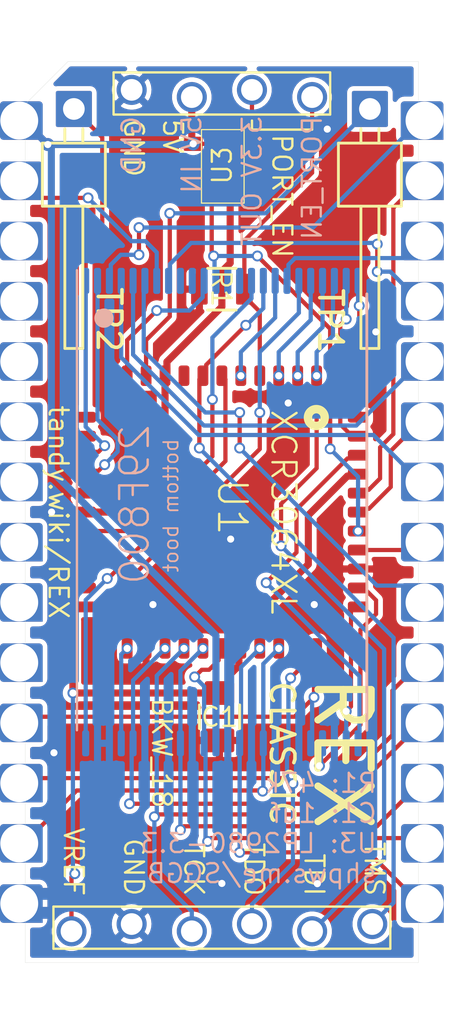
<source format=kicad_pcb>
(kicad_pcb (version 20171130) (host pcbnew 5.1.10-88a1d61d58~88~ubuntu20.10.1)
  (title_block (title "REX Classic, BKW re-spin") (date 2021-07-08) (rev 18) (company "Brian K. White - b.kenyon.w@gmail.com") (comment 1 "Original design: Steve Adolph"))
  (layers (0 Top signal) (31 Bottom signal) (34 B.Paste user hide) (35 F.Paste user hide) (36 B.SilkS user) (37 F.SilkS user) (38 B.Mask user) (39 F.Mask user) (44 Edge.Cuts user))
  (net 0 "")
  (net 1 GND)
  (net 2 +3V3)
  (net 3 /LVA17)
  (net 4 /LVA0)
  (net 5 /LVA1)
  (net 6 /LVA2)
  (net 7 /LVA3)
  (net 8 /LVA5)
  (net 9 /LVA6)
  (net 10 /LVA7)
  (net 11 /A8)
  (net 12 /LVA18)
  (net 13 /A9)
  (net 14 /A10)
  (net 15 /A11)
  (net 16 /A12)
  (net 17 /A13)
  (net 18 /A14)
  (net 19 /LVA15)
  (net 20 /LVA16)
  (net 21 /PORT_EN)
  (net 22 /ALE)
  (net 23 /~WE)
  (net 24 /D2)
  (net 25 /D0)
  (net 26 /D7)
  (net 27 /D5)
  (net 28 /D4)
  (net 29 /D3)
  (net 30 /~RESET)
  (net 31 /RY~BY)
  (net 32 /~OE_MEM)
  (net 33 /~CS_BUS)
  (net 34 /~OE_BUS)
  (net 35 +5V)
  (net 36 /D1_TDO)
  (net 37 /D6_TCK)
  (net 38 /LVA19_TMS)
  (net 39 /LVA4_TDI)
  (net 40 "Net-(TP1-Pad1)")
  (net 41 "Net-(TP2-Pad1)")
  (module 000_LOCAL:VQFP44 (layer Top) (at 147.2184 99.187 270)
    (fp_text reference U1 (at -1.4859 0.2667 270 unlocked) (layer F.SilkS) (effects (font (size 1.2065 1.2065) (thickness 0.1016)) (justify left bottom)))
    (fp_text value XCR3064XL-VQ44 hide)
    (pad 44 smd roundrect (at -4 -5.75 270) (size 0.4572 0.8636) (layers Top F.Paste F.Mask) (net 6 /LVA2))
    (pad 43 smd roundrect (at -3.2 -5.75 270) (size 0.4572 0.8636) (layers Top F.Paste F.Mask) (net 7 /LVA3))
    (pad 42 smd roundrect (at -2.4 -5.75 270) (size 0.4572 0.8636) (layers Top F.Paste F.Mask) (net 5 /LVA1))
    (pad 41 smd roundrect (at -1.6 -5.75 270) (size 0.4572 0.8636) (layers Top F.Paste F.Mask) (net 2 +3V3))
    (pad 40 smd roundrect (at -0.8 -5.75 270) (size 0.4572 0.8636) (layers Top F.Paste F.Mask) (net 33 /~CS_BUS))
    (pad 39 smd roundrect (at 0 -5.75 270) (size 0.4572 0.8636) (layers Top F.Paste F.Mask) (net 22 /ALE))
    (pad 38 smd roundrect (at 0.8 -5.75 270) (size 0.4572 0.8636) (layers Top F.Paste F.Mask) (net 30 /~RESET))
    (pad 37 smd roundrect (at 1.6 -5.75 270) (size 0.4572 0.8636) (layers Top F.Paste F.Mask) (net 34 /~OE_BUS))
    (pad 36 smd roundrect (at 2.4 -5.75 270) (size 0.4572 0.8636) (layers Top F.Paste F.Mask) (net 1 GND))
    (pad 35 smd roundrect (at 3.2 -5.75 270) (size 0.4572 0.8636) (layers Top F.Paste F.Mask) (net 32 /~OE_MEM))
    (pad 34 smd roundrect (at 4 -5.75 270) (size 0.4572 0.8636) (layers Top F.Paste F.Mask))
    (pad 33 smd roundrect (at 5.75 -4) (size 0.4572 0.8636) (layers Top F.Paste F.Mask) (net 25 /D0))
    (pad 32 smd roundrect (at 5.75 -3.2) (size 0.4572 0.8636) (layers Top F.Paste F.Mask) (net 36 /D1_TDO))
    (pad 31 smd roundrect (at 5.75 -2.4) (size 0.4572 0.8636) (layers Top F.Paste F.Mask) (net 24 /D2))
    (pad 30 smd roundrect (at 5.75 -1.6) (size 0.4572 0.8636) (layers Top F.Paste F.Mask) (net 29 /D3))
    (pad 29 smd roundrect (at 5.75 -0.8) (size 0.4572 0.8636) (layers Top F.Paste F.Mask) (net 2 +3V3))
    (pad 28 smd roundrect (at 5.75 0) (size 0.4572 0.8636) (layers Top F.Paste F.Mask) (net 28 /D4))
    (pad 27 smd roundrect (at 5.75 0.8) (size 0.4572 0.8636) (layers Top F.Paste F.Mask) (net 27 /D5))
    (pad 26 smd roundrect (at 5.75 1.6) (size 0.4572 0.8636) (layers Top F.Paste F.Mask) (net 37 /D6_TCK))
    (pad 25 smd roundrect (at 5.75 2.4) (size 0.4572 0.8636) (layers Top F.Paste F.Mask) (net 26 /D7))
    (pad 24 smd roundrect (at 5.75 3.2) (size 0.4572 0.8636) (layers Top F.Paste F.Mask) (net 1 GND))
    (pad 23 smd roundrect (at 5.75 4) (size 0.4572 0.8636) (layers Top F.Paste F.Mask) (net 4 /LVA0))
    (pad 22 smd roundrect (at 4 5.75 270) (size 0.4572 0.8636) (layers Top F.Paste F.Mask) (net 10 /LVA7))
    (pad 21 smd roundrect (at 3.2 5.75 270) (size 0.4572 0.8636) (layers Top F.Paste F.Mask))
    (pad 20 smd roundrect (at 2.4 5.75 270) (size 0.4572 0.8636) (layers Top F.Paste F.Mask))
    (pad 19 smd roundrect (at 1.6 5.75 270) (size 0.4572 0.8636) (layers Top F.Paste F.Mask))
    (pad 18 smd roundrect (at 0.8 5.75 270) (size 0.4572 0.8636) (layers Top F.Paste F.Mask) (net 31 /RY~BY))
    (pad 17 smd roundrect (at 0 5.75 270) (size 0.4572 0.8636) (layers Top F.Paste F.Mask) (net 2 +3V3))
    (pad 16 smd roundrect (at -0.8 5.75 270) (size 0.4572 0.8636) (layers Top F.Paste F.Mask) (net 1 GND))
    (pad 15 smd roundrect (at -1.6 5.75 270) (size 0.4572 0.8636) (layers Top F.Paste F.Mask) (net 19 /LVA15))
    (pad 14 smd roundrect (at -2.4 5.75 270) (size 0.4572 0.8636) (layers Top F.Paste F.Mask) (net 20 /LVA16))
    (pad 13 smd roundrect (at -3.2 5.75 270) (size 0.4572 0.8636) (layers Top F.Paste F.Mask))
    (pad 12 smd roundrect (at -4 5.75 270) (size 0.4572 0.8636) (layers Top F.Paste F.Mask) (net 41 "Net-(TP2-Pad1)"))
    (pad 11 smd roundrect (at -5.75 4) (size 0.4572 0.8636) (layers Top F.Paste F.Mask) (net 23 /~WE))
    (pad 10 smd roundrect (at -5.75 3.2) (size 0.4572 0.8636) (layers Top F.Paste F.Mask) (net 40 "Net-(TP1-Pad1)"))
    (pad 9 smd roundrect (at -5.75 2.4) (size 0.4572 0.8636) (layers Top F.Paste F.Mask) (net 2 +3V3))
    (pad 8 smd roundrect (at -5.75 1.6) (size 0.4572 0.8636) (layers Top F.Paste F.Mask))
    (pad 7 smd roundrect (at -5.75 0.8) (size 0.4572 0.8636) (layers Top F.Paste F.Mask) (net 38 /LVA19_TMS))
    (pad 6 smd roundrect (at -5.75 0) (size 0.4572 0.8636) (layers Top F.Paste F.Mask) (net 3 /LVA17))
    (pad 5 smd roundrect (at -5.75 -0.8) (size 0.4572 0.8636) (layers Top F.Paste F.Mask) (net 12 /LVA18))
    (pad 4 smd roundrect (at -5.75 -1.6) (size 0.4572 0.8636) (layers Top F.Paste F.Mask) (net 21 /PORT_EN))
    (pad 3 smd roundrect (at -5.75 -2.4) (size 0.4572 0.8636) (layers Top F.Paste F.Mask) (net 9 /LVA6))
    (pad 2 smd roundrect (at -5.75 -3.2) (size 0.4572 0.8636) (layers Top F.Paste F.Mask) (net 8 /LVA5))
    (pad 1 smd roundrect (at -5.75 -4) (size 0.4572 0.8636) (layers Top F.Paste F.Mask) (net 39 /LVA4_TDI))
  )
  (module 000_LOCAL:Molex78802_PCB_28 (layer Top) (at 147.2184 99.187)
    (fp_text reference J1 hide)
    (fp_text value TRS-80_Model_100_Option_ROM hide)
    (fp_poly (pts (xy 9.2156 1.9304) (xy 7.717 1.9304) (xy 7.717 0.6096) (xy 9.2156 0.6096)) (layer Top) (width 0.3048))
    (fp_poly (pts (xy 9.2156 -0.6096) (xy 7.717 -0.6096) (xy 7.717 -1.9304) (xy 9.2156 -1.9304)) (layer Top) (width 0.3048))
    (fp_poly (pts (xy 9.2156 14.6304) (xy 7.717 14.6304) (xy 7.717 13.3096) (xy 9.2156 13.3096)) (layer Top) (width 0.3048))
    (fp_poly (pts (xy 9.2156 7.0104) (xy 7.717 7.0104) (xy 7.717 5.6896) (xy 9.2156 5.6896)) (layer Top) (width 0.3048))
    (fp_poly (pts (xy 9.2156 10.7696) (xy 7.717 10.7696) (xy 7.717 12.0904) (xy 9.2156 12.0904)) (layer Bottom) (width 0.3048))
    (fp_poly (pts (xy 9.2156 4.4704) (xy 7.717 4.4704) (xy 7.717 3.1496) (xy 9.2156 3.1496)) (layer Top) (width 0.3048))
    (fp_poly (pts (xy 9.2156 -4.4704) (xy 7.717 -4.4704) (xy 7.717 -3.1496) (xy 9.2156 -3.1496)) (layer Bottom) (width 0.3048))
    (fp_poly (pts (xy 9.2156 8.2296) (xy 7.717 8.2296) (xy 7.717 9.5504) (xy 9.2156 9.5504)) (layer Bottom) (width 0.3048))
    (fp_poly (pts (xy 9.2156 13.3096) (xy 7.717 13.3096) (xy 7.717 14.6304) (xy 9.2156 14.6304)) (layer Bottom) (width 0.3048))
    (fp_poly (pts (xy 9.2156 -10.7696) (xy 7.717 -10.7696) (xy 7.717 -12.0904) (xy 9.2156 -12.0904)) (layer Top) (width 0.3048))
    (fp_poly (pts (xy 9.2156 -9.5504) (xy 7.717 -9.5504) (xy 7.717 -8.2296) (xy 9.2156 -8.2296)) (layer Bottom) (width 0.3048))
    (fp_poly (pts (xy 9.2156 0.6096) (xy 7.717 0.6096) (xy 7.717 1.9304) (xy 9.2156 1.9304)) (layer Bottom) (width 0.3048))
    (fp_poly (pts (xy 9.2156 3.1496) (xy 7.717 3.1496) (xy 7.717 4.4704) (xy 9.2156 4.4704)) (layer Bottom) (width 0.3048))
    (fp_poly (pts (xy 9.2156 -12.0904) (xy 7.717 -12.0904) (xy 7.717 -10.7696) (xy 9.2156 -10.7696)) (layer Bottom) (width 0.3048))
    (fp_poly (pts (xy 9.2156 -14.6304) (xy 7.717 -14.6304) (xy 7.717 -13.3096) (xy 9.2156 -13.3096)) (layer Bottom) (width 0.3048))
    (fp_poly (pts (xy 9.2156 12.0904) (xy 7.717 12.0904) (xy 7.717 10.7696) (xy 9.2156 10.7696)) (layer Top) (width 0.3048))
    (fp_poly (pts (xy 9.2156 9.5504) (xy 7.717 9.5504) (xy 7.717 8.2296) (xy 9.2156 8.2296)) (layer Top) (width 0.3048))
    (fp_poly (pts (xy 9.2156 -3.1496) (xy 7.717 -3.1496) (xy 7.717 -4.4704) (xy 9.2156 -4.4704)) (layer Top) (width 0.3048))
    (fp_poly (pts (xy 9.2156 -1.9304) (xy 7.717 -1.9304) (xy 7.717 -0.6096) (xy 9.2156 -0.6096)) (layer Bottom) (width 0.3048))
    (fp_poly (pts (xy 9.2156 -5.6896) (xy 7.717 -5.6896) (xy 7.717 -7.0104) (xy 9.2156 -7.0104)) (layer Top) (width 0.3048))
    (fp_poly (pts (xy 9.2156 17.1704) (xy 7.717 17.1704) (xy 7.717 15.8496) (xy 9.2156 15.8496)) (layer Top) (width 0.3048))
    (fp_poly (pts (xy 9.2156 5.6896) (xy 7.717 5.6896) (xy 7.717 7.0104) (xy 9.2156 7.0104)) (layer Bottom) (width 0.3048))
    (fp_poly (pts (xy 9.2156 -7.0104) (xy 7.717 -7.0104) (xy 7.717 -5.6896) (xy 9.2156 -5.6896)) (layer Bottom) (width 0.3048))
    (fp_poly (pts (xy 9.2156 -13.3096) (xy 7.717 -13.3096) (xy 7.717 -14.6304) (xy 9.2156 -14.6304)) (layer Top) (width 0.3048))
    (fp_poly (pts (xy 9.2156 15.8496) (xy 7.717 15.8496) (xy 7.717 17.1704) (xy 9.2156 17.1704)) (layer Bottom) (width 0.3048))
    (fp_poly (pts (xy 9.2156 -8.2296) (xy 7.717 -8.2296) (xy 7.717 -9.5504) (xy 9.2156 -9.5504)) (layer Top) (width 0.3048))
    (fp_poly (pts (xy 9.2029 -15.8496) (xy 7.7043 -15.8496) (xy 7.7043 -17.1704) (xy 9.2029 -17.1704)) (layer Top) (width 0.3048))
    (fp_poly (pts (xy 9.2029 -15.8496) (xy 7.7043 -15.8496) (xy 7.7043 -17.1704) (xy 9.2029 -17.1704)) (layer Bottom) (width 0.3048))
    (fp_poly (pts (xy -7.717 0.6096) (xy -9.2156 0.6096) (xy -9.2156 1.9304) (xy -7.717 1.9304)) (layer Bottom) (width 0.3048))
    (fp_poly (pts (xy -7.717 3.1496) (xy -9.2156 3.1496) (xy -9.2156 4.4704) (xy -7.717 4.4704)) (layer Bottom) (width 0.3048))
    (fp_poly (pts (xy -7.717 -12.0904) (xy -9.2156 -12.0904) (xy -9.2156 -10.7696) (xy -7.717 -10.7696)) (layer Bottom) (width 0.3048))
    (fp_poly (pts (xy -7.717 -4.4704) (xy -9.2156 -4.4704) (xy -9.2156 -3.1496) (xy -7.717 -3.1496)) (layer Bottom) (width 0.3048))
    (fp_poly (pts (xy -7.717 -1.9304) (xy -9.2156 -1.9304) (xy -9.2156 -0.6096) (xy -7.717 -0.6096)) (layer Bottom) (width 0.3048))
    (fp_poly (pts (xy -7.717 13.3096) (xy -9.2156 13.3096) (xy -9.2156 14.6304) (xy -7.717 14.6304)) (layer Bottom) (width 0.3048))
    (fp_poly (pts (xy -7.717 -9.5504) (xy -9.2156 -9.5504) (xy -9.2156 -8.2296) (xy -7.717 -8.2296)) (layer Bottom) (width 0.3048))
    (fp_poly (pts (xy -7.717 -7.0104) (xy -9.2156 -7.0104) (xy -9.2156 -5.6896) (xy -7.717 -5.6896)) (layer Bottom) (width 0.3048))
    (fp_poly (pts (xy -7.717 5.6896) (xy -9.2156 5.6896) (xy -9.2156 7.0104) (xy -7.717 7.0104)) (layer Bottom) (width 0.3048))
    (fp_poly (pts (xy -7.717 8.2296) (xy -9.2156 8.2296) (xy -9.2156 9.5504) (xy -7.717 9.5504)) (layer Bottom) (width 0.3048))
    (fp_poly (pts (xy -7.717 -14.6304) (xy -9.2156 -14.6304) (xy -9.2156 -13.3096) (xy -7.717 -13.3096)) (layer Bottom) (width 0.3048))
    (fp_poly (pts (xy -7.717 15.8496) (xy -9.2156 15.8496) (xy -9.2156 17.1704) (xy -7.717 17.1704)) (layer Bottom) (width 0.3048))
    (fp_poly (pts (xy -7.717 10.7696) (xy -9.2156 10.7696) (xy -9.2156 12.0904) (xy -7.717 12.0904)) (layer Bottom) (width 0.3048))
    (fp_poly (pts (xy -7.717 17.1704) (xy -9.2156 17.1704) (xy -9.2156 15.8496) (xy -7.717 15.8496)) (layer Top) (width 0.3048))
    (fp_poly (pts (xy -7.717 14.6304) (xy -9.2156 14.6304) (xy -9.2156 13.3096) (xy -7.717 13.3096)) (layer Top) (width 0.3048))
    (fp_poly (pts (xy -7.717 12.0904) (xy -9.2156 12.0904) (xy -9.2156 10.7696) (xy -7.717 10.7696)) (layer Top) (width 0.3048))
    (fp_poly (pts (xy -7.717 9.5504) (xy -9.2156 9.5504) (xy -9.2156 8.2296) (xy -7.717 8.2296)) (layer Top) (width 0.3048))
    (fp_poly (pts (xy -7.717 7.0104) (xy -9.2156 7.0104) (xy -9.2156 5.6896) (xy -7.717 5.6896)) (layer Top) (width 0.3048))
    (fp_poly (pts (xy -7.717 4.4704) (xy -9.2156 4.4704) (xy -9.2156 3.1496) (xy -7.717 3.1496)) (layer Top) (width 0.3048))
    (fp_poly (pts (xy -7.717 1.9304) (xy -9.2156 1.9304) (xy -9.2156 0.6096) (xy -7.717 0.6096)) (layer Top) (width 0.3048))
    (fp_poly (pts (xy -7.717 -0.6096) (xy -9.2156 -0.6096) (xy -9.2156 -1.9304) (xy -7.717 -1.9304)) (layer Top) (width 0.3048))
    (fp_poly (pts (xy -7.717 -3.1496) (xy -9.2156 -3.1496) (xy -9.2156 -4.4704) (xy -7.717 -4.4704)) (layer Top) (width 0.3048))
    (fp_poly (pts (xy -7.717 -5.6896) (xy -9.2156 -5.6896) (xy -9.2156 -7.0104) (xy -7.717 -7.0104)) (layer Top) (width 0.3048))
    (fp_poly (pts (xy -7.717 -8.2296) (xy -9.2156 -8.2296) (xy -9.2156 -9.5504) (xy -7.717 -9.5504)) (layer Top) (width 0.3048))
    (fp_poly (pts (xy -7.717 -10.7696) (xy -9.2156 -10.7696) (xy -9.2156 -12.0904) (xy -7.717 -12.0904)) (layer Top) (width 0.3048))
    (fp_poly (pts (xy -7.717 -13.3096) (xy -9.2156 -13.3096) (xy -9.2156 -14.6304) (xy -7.717 -14.6304)) (layer Top) (width 0.3048))
    (fp_poly (pts (xy -7.717 -15.8496) (xy -9.2156 -15.8496) (xy -9.2156 -17.1704) (xy -7.717 -17.1704)) (layer Top) (width 0.3048))
    (fp_poly (pts (xy -7.717 -15.8496) (xy -9.2156 -15.8496) (xy -9.2156 -17.1704) (xy -7.717 -17.1704)) (layer Bottom) (width 0.3048))
    (pad 1 thru_hole circle (at -8.5552 -16.51) (size 1.6002 1.6002) (drill 1.59766) (layers *.Cu *.Mask) (net 35 +5V))
    (pad 28 thru_hole circle (at 8.5552 -16.51 180) (size 1.6002 1.6002) (drill 1.59766) (layers *.Cu *.Mask) (net 18 /A14))
    (pad 14 thru_hole circle (at -8.5552 16.51) (size 1.6002 1.6002) (drill 1.59766) (layers *.Cu *.Mask) (net 1 GND))
    (pad 27 thru_hole circle (at 8.5552 -13.97 180) (size 1.6002 1.6002) (drill 1.59766) (layers *.Cu *.Mask) (net 33 /~CS_BUS))
    (pad 13 thru_hole circle (at -8.5552 13.97) (size 1.6002 1.6002) (drill 1.59766) (layers *.Cu *.Mask) (net 24 /D2))
    (pad 26 thru_hole circle (at 8.5552 -11.43 180) (size 1.6002 1.6002) (drill 1.59766) (layers *.Cu *.Mask) (net 11 /A8))
    (pad 12 thru_hole circle (at -8.5552 11.43) (size 1.6002 1.6002) (drill 1.59766) (layers *.Cu *.Mask) (net 36 /D1_TDO))
    (pad 25 thru_hole circle (at 8.5552 -8.89 180) (size 1.6002 1.6002) (drill 1.59766) (layers *.Cu *.Mask) (net 13 /A9))
    (pad 11 thru_hole circle (at -8.5552 8.89) (size 1.6002 1.6002) (drill 1.59766) (layers *.Cu *.Mask) (net 25 /D0))
    (pad 24 thru_hole circle (at 8.5552 -6.35 180) (size 1.6002 1.6002) (drill 1.59766) (layers *.Cu *.Mask) (net 16 /A12))
    (pad 10 thru_hole circle (at -8.5552 6.35) (size 1.6002 1.6002) (drill 1.59766) (layers *.Cu *.Mask))
    (pad 23 thru_hole circle (at 8.5552 -3.81 180) (size 1.6002 1.6002) (drill 1.59766) (layers *.Cu *.Mask) (net 22 /ALE))
    (pad 9 thru_hole circle (at -8.5552 3.81) (size 1.6002 1.6002) (drill 1.59766) (layers *.Cu *.Mask))
    (pad 22 thru_hole circle (at 8.5552 -1.27 180) (size 1.6002 1.6002) (drill 1.59766) (layers *.Cu *.Mask) (net 17 /A13))
    (pad 8 thru_hole circle (at -8.5552 1.27) (size 1.6002 1.6002) (drill 1.59766) (layers *.Cu *.Mask))
    (pad 21 thru_hole circle (at 8.5552 1.27 180) (size 1.6002 1.6002) (drill 1.59766) (layers *.Cu *.Mask) (net 34 /~OE_BUS))
    (pad 7 thru_hole circle (at -8.5552 -1.27) (size 1.6002 1.6002) (drill 1.59766) (layers *.Cu *.Mask))
    (pad 20 thru_hole circle (at 8.5552 3.81 180) (size 1.6002 1.6002) (drill 1.59766) (layers *.Cu *.Mask) (net 15 /A11))
    (pad 6 thru_hole circle (at -8.5552 -3.81) (size 1.6002 1.6002) (drill 1.59766) (layers *.Cu *.Mask))
    (pad 19 thru_hole circle (at 8.5552 6.35 180) (size 1.6002 1.6002) (drill 1.59766) (layers *.Cu *.Mask) (net 26 /D7))
    (pad 5 thru_hole circle (at -8.5552 -6.35) (size 1.6002 1.6002) (drill 1.59766) (layers *.Cu *.Mask))
    (pad 18 thru_hole circle (at 8.5552 8.89 180) (size 1.6002 1.6002) (drill 1.59766) (layers *.Cu *.Mask) (net 37 /D6_TCK))
    (pad 4 thru_hole circle (at -8.5552 -8.89) (size 1.6002 1.6002) (drill 1.59766) (layers *.Cu *.Mask))
    (pad 17 thru_hole circle (at 8.5552 11.43 180) (size 1.6002 1.6002) (drill 1.59766) (layers *.Cu *.Mask) (net 27 /D5))
    (pad 3 thru_hole circle (at -8.5552 -11.43) (size 1.6002 1.6002) (drill 1.59766) (layers *.Cu *.Mask))
    (pad 16 thru_hole circle (at 8.5552 13.97 180) (size 1.6002 1.6002) (drill 1.59766) (layers *.Cu *.Mask) (net 28 /D4))
    (pad 2 thru_hole circle (at -8.5552 -13.97) (size 1.6002 1.6002) (drill 1.59766) (layers *.Cu *.Mask) (net 14 /A10))
    (pad 15 thru_hole circle (at 8.5552 16.51 180) (size 1.6002 1.6002) (drill 1.59766) (layers *.Cu *.Mask) (net 29 /D3))
  )
  (module 000_LOCAL:1x6_jamb_stagger (layer Top) (at 147.2184 116.713)
    (fp_text reference J2 hide)
    (fp_text value JTAG)
    (pad 6 thru_hole circle (at 6.35 -0.1524) (size 1.27 1.27) (drill 0.9144) (layers *.Cu *.Mask) (net 38 /LVA19_TMS))
    (pad 5 thru_hole circle (at 3.81 0.1524) (size 1.27 1.27) (drill 0.9144) (layers *.Cu *.Mask) (net 39 /LVA4_TDI))
    (pad 4 thru_hole circle (at 1.27 -0.1524) (size 1.27 1.27) (drill 0.9144) (layers *.Cu *.Mask) (net 36 /D1_TDO))
    (pad 3 thru_hole circle (at -1.27 0.1524) (size 1.27 1.27) (drill 0.9144) (layers *.Cu *.Mask) (net 37 /D6_TCK))
    (pad 2 thru_hole circle (at -3.81 -0.1524) (size 1.27 1.27) (drill 0.9144) (layers *.Cu *.Mask) (net 1 GND))
    (pad 1 thru_hole circle (at -6.35 0.1524) (size 1.27 1.27) (drill 0.9144) (layers *.Cu *.Mask) (net 2 +3V3))
  )
  (module 000_LOCAL:1x4_jamb_stagger (layer Top) (at 147.2184 81.534)
    (fp_text reference J3 hide)
    (fp_text value PRG)
    (pad 4 thru_hole circle (at 3.81 0.1524) (size 1.27 1.27) (drill 0.9144) (layers *.Cu *.Mask) (net 21 /PORT_EN))
    (pad 3 thru_hole circle (at 1.27 -0.1524) (size 1.27 1.27) (drill 0.9144) (layers *.Cu *.Mask) (net 2 +3V3))
    (pad 2 thru_hole circle (at -1.27 0.1524) (size 1.27 1.27) (drill 0.9144) (layers *.Cu *.Mask) (net 35 +5V))
    (pad 1 thru_hole circle (at -3.81 -0.1524) (size 1.27 1.27) (drill 0.9144) (layers *.Cu *.Mask) (net 1 GND))
  )
  (module 000_LOCAL:Net_Tie_2_0.18mm (layer Top) (at 146.7884 85.887 90)
    (fp_text reference NT1 hide)
    (fp_text value Net-Tie_2 hide)
    (fp_line (start -0.1 0) (end 0.1 0) (layer Top) (width 0.18))
    (pad 2 smd circle (at 0.1 0 90) (size 0.18 0.18) (layers Top F.Paste) (net 35 +5V))
    (pad 1 smd circle (at -0.1 0 90) (size 0.18 0.18) (layers Top F.Paste) (net 30 /~RESET))
  )
  (module 000_LOCAL:R_0805 (layer Top) (at 147.2184 89.787 180)
    (fp_text reference R1 (at 0.0254 0.0274 270 unlocked) (layer F.SilkS) (effects (font (size 0.8 0.8) (thickness 0.1))))
    (fp_text value 47k)
    (pad 1 smd roundrect (at -0.95 0 180) (size 0.7 1.3) (layers Top F.Paste F.Mask) (roundrect_rratio 0.1) (net 21 /PORT_EN))
    (pad 2 smd roundrect (at 0.95 0 180) (size 0.7 1.3) (layers Top F.Paste F.Mask) (roundrect_rratio 0.1) (net 1 GND))
  )
  (module 000_LOCAL:C_0805 (layer Top) (at 147.1184 107.81792 270)
    (fp_text reference C1 (at 0.01908 0) (layer F.SilkS) (effects (font (size 0.8 0.8) (thickness 0.1))))
    (fp_text value C-USC0805)
    (pad 1 smd roundrect (at -1 0 270) (size 1 1.25) (layers Top F.Paste F.Mask) (roundrect_rratio 0.1) (net 2 +3V3))
    (pad 2 smd roundrect (at 1 0 270) (size 1 1.25) (layers Top F.Paste F.Mask) (roundrect_rratio 0.1) (net 1 GND))
  )
  (module 000_LOCAL:SOT-23-5 (layer Top) (at 147.2565 84.6074)
    (fp_text reference U3 (at -0.02794 -0.04064 -90) (layer F.SilkS) (effects (font (size 0.8 0.8) (thickness 0.1))))
    (fp_text value LP2980-3.3)
    (pad 1 smd roundrect (at -1.25 -0.95) (size 0.8 0.6) (layers Top F.Paste F.Mask) (roundrect_rratio 0.1) (net 35 +5V))
    (pad 2 smd roundrect (at -1.25 0) (size 0.8 0.6) (layers Top F.Paste F.Mask) (roundrect_rratio 0.1) (net 1 GND))
    (pad 3 smd roundrect (at -1.25 0.95) (size 0.8 0.6) (layers Top F.Paste F.Mask) (roundrect_rratio 0.1) (net 35 +5V))
    (pad 4 smd roundrect (at 1.25 0.95) (size 0.8 0.6) (layers Top F.Paste F.Mask) (roundrect_rratio 0.1))
    (pad 5 smd roundrect (at 1.25 -0.95) (size 0.8 0.6) (layers Top F.Paste F.Mask) (roundrect_rratio 0.1) (net 2 +3V3))
  )
  (module 000_LOCAL:1x1_pin_h (layer Top) (at 153.4684 82.187 270)
    (fp_text reference TP1 (at 8.9343 1.6622 270 unlocked) (layer F.SilkS))
    (fp_text value PINHD-1X1)
    (pad 1 thru_hole roundrect (at 0 0 270) (size 1.524 1.524) (drill 0.9144) (layers *.Cu *.Mask) (roundrect_rratio 0.05) (net 40 "Net-(TP1-Pad1)"))
  )
  (module 000_LOCAL:1x1_pin_h (layer Top) (at 140.9684 82.187 270)
    (fp_text reference TP2 (at 8.8843 -1.4872 270 unlocked) (layer F.SilkS))
    (fp_text value PINHD-1X1)
    (pad 1 thru_hole roundrect (at 0 0 270) (size 1.524 1.524) (drill 0.9144) (layers *.Cu *.Mask) (roundrect_rratio 0.05) (net 41 "Net-(TP2-Pad1)"))
  )
  (module 000_LOCAL:TSOP-48 (layer Bottom) (at 147.2184 99.187 270)
    (fp_text reference U2 hide)
    (fp_text value 29F800 (at -3.77698 2.97942 90) (layer B.SilkS) (effects (font (size 1.2065 1.2065) (thickness 0.1016)) (justify left bottom mirror)))
    (pad 48 smd roundrect (at 9.75 5.75 270) (size 1.1 0.3) (layers Bottom B.Paste B.Mask) (roundrect_rratio 0.32) (net 3 /LVA17))
    (pad 47 smd roundrect (at 9.75 5.25 270) (size 1.1 0.3) (layers Bottom B.Paste B.Mask) (roundrect_rratio 0.32) (net 1 GND))
    (pad 46 smd roundrect (at 9.75 4.75 270) (size 1.1 0.3) (layers Bottom B.Paste B.Mask) (roundrect_rratio 0.32) (net 1 GND))
    (pad 45 smd roundrect (at 9.75 4.25 270) (size 1.1 0.3) (layers Bottom B.Paste B.Mask) (roundrect_rratio 0.32) (net 4 /LVA0))
    (pad 44 smd roundrect (at 9.75 3.75 270) (size 1.1 0.3) (layers Bottom B.Paste B.Mask) (roundrect_rratio 0.32) (net 26 /D7))
    (pad 43 smd roundrect (at 9.75 3.25 270) (size 1.1 0.3) (layers Bottom B.Paste B.Mask) (roundrect_rratio 0.32) (net 1 GND))
    (pad 42 smd roundrect (at 9.75 2.75 270) (size 1.1 0.3) (layers Bottom B.Paste B.Mask) (roundrect_rratio 0.32) (net 37 /D6_TCK))
    (pad 41 smd roundrect (at 9.75 2.25 270) (size 1.1 0.3) (layers Bottom B.Paste B.Mask) (roundrect_rratio 0.32) (net 1 GND))
    (pad 40 smd roundrect (at 9.75 1.75 270) (size 1.1 0.3) (layers Bottom B.Paste B.Mask) (roundrect_rratio 0.32) (net 27 /D5))
    (pad 39 smd roundrect (at 9.75 1.25 270) (size 1.1 0.3) (layers Bottom B.Paste B.Mask) (roundrect_rratio 0.32) (net 1 GND))
    (pad 38 smd roundrect (at 9.75 0.75 270) (size 1.1 0.3) (layers Bottom B.Paste B.Mask) (roundrect_rratio 0.32) (net 28 /D4))
    (pad 37 smd roundrect (at 9.75 0.25 270) (size 1.1 0.3) (layers Bottom B.Paste B.Mask) (roundrect_rratio 0.32) (net 35 +5V))
    (pad 36 smd roundrect (at 9.75 -0.25 270) (size 1.1 0.3) (layers Bottom B.Paste B.Mask) (roundrect_rratio 0.32) (net 1 GND))
    (pad 35 smd roundrect (at 9.75 -0.75 270) (size 1.1 0.3) (layers Bottom B.Paste B.Mask) (roundrect_rratio 0.32) (net 29 /D3))
    (pad 34 smd roundrect (at 9.75 -1.25 270) (size 1.1 0.3) (layers Bottom B.Paste B.Mask) (roundrect_rratio 0.32) (net 1 GND))
    (pad 33 smd roundrect (at 9.75 -1.75 270) (size 1.1 0.3) (layers Bottom B.Paste B.Mask) (roundrect_rratio 0.32) (net 24 /D2))
    (pad 32 smd roundrect (at 9.75 -2.25 270) (size 1.1 0.3) (layers Bottom B.Paste B.Mask) (roundrect_rratio 0.32) (net 1 GND))
    (pad 31 smd roundrect (at 9.75 -2.75 270) (size 1.1 0.3) (layers Bottom B.Paste B.Mask) (roundrect_rratio 0.32) (net 36 /D1_TDO))
    (pad 30 smd roundrect (at 9.75 -3.25 270) (size 1.1 0.3) (layers Bottom B.Paste B.Mask) (roundrect_rratio 0.32) (net 1 GND))
    (pad 29 smd roundrect (at 9.75 -3.75 270) (size 1.1 0.3) (layers Bottom B.Paste B.Mask) (roundrect_rratio 0.32) (net 25 /D0))
    (pad 28 smd roundrect (at 9.75 -4.25 270) (size 1.1 0.3) (layers Bottom B.Paste B.Mask) (roundrect_rratio 0.32) (net 32 /~OE_MEM))
    (pad 27 smd roundrect (at 9.75 -4.75 270) (size 1.1 0.3) (layers Bottom B.Paste B.Mask) (roundrect_rratio 0.32) (net 1 GND))
    (pad 26 smd roundrect (at 9.75 -5.25 270) (size 1.1 0.3) (layers Bottom B.Paste B.Mask) (roundrect_rratio 0.32))
    (pad 24 smd roundrect (at -9.75 -5.75 270) (size 1.1 0.3) (layers Bottom B.Paste B.Mask) (roundrect_rratio 0.32) (net 6 /LVA2))
    (pad 23 smd roundrect (at -9.75 -5.25 270) (size 1.1 0.3) (layers Bottom B.Paste B.Mask) (roundrect_rratio 0.32) (net 7 /LVA3))
    (pad 22 smd roundrect (at -9.75 -4.75 270) (size 1.1 0.3) (layers Bottom B.Paste B.Mask) (roundrect_rratio 0.32) (net 39 /LVA4_TDI))
    (pad 21 smd roundrect (at -9.75 -4.25 270) (size 1.1 0.3) (layers Bottom B.Paste B.Mask) (roundrect_rratio 0.32) (net 8 /LVA5))
    (pad 20 smd roundrect (at -9.75 -3.75 270) (size 1.1 0.3) (layers Bottom B.Paste B.Mask) (roundrect_rratio 0.32) (net 9 /LVA6))
    (pad 19 smd roundrect (at -9.75 -3.25 270) (size 1.1 0.3) (layers Bottom B.Paste B.Mask) (roundrect_rratio 0.32) (net 10 /LVA7))
    (pad 18 smd roundrect (at -9.75 -2.75 270) (size 1.1 0.3) (layers Bottom B.Paste B.Mask) (roundrect_rratio 0.32) (net 11 /A8))
    (pad 17 smd roundrect (at -9.75 -2.25 270) (size 1.1 0.3) (layers Bottom B.Paste B.Mask) (roundrect_rratio 0.32) (net 12 /LVA18))
    (pad 16 smd roundrect (at -9.75 -1.75 270) (size 1.1 0.3) (layers Bottom B.Paste B.Mask) (roundrect_rratio 0.32) (net 38 /LVA19_TMS))
    (pad 15 smd roundrect (at -9.75 -1.25 270) (size 1.1 0.3) (layers Bottom B.Paste B.Mask) (roundrect_rratio 0.32) (net 31 /RY~BY))
    (pad 14 smd roundrect (at -9.75 -0.75 270) (size 1.1 0.3) (layers Bottom B.Paste B.Mask) (roundrect_rratio 0.32))
    (pad 13 smd roundrect (at -9.75 -0.25 270) (size 1.1 0.3) (layers Bottom B.Paste B.Mask) (roundrect_rratio 0.32))
    (pad 12 smd roundrect (at -9.75 0.25 270) (size 1.1 0.3) (layers Bottom B.Paste B.Mask) (roundrect_rratio 0.32) (net 30 /~RESET))
    (pad 11 smd roundrect (at -9.75 0.75 270) (size 1.1 0.3) (layers Bottom B.Paste B.Mask) (roundrect_rratio 0.32) (net 23 /~WE))
    (pad 10 smd roundrect (at -9.75 1.25 270) (size 1.1 0.3) (layers Bottom B.Paste B.Mask) (roundrect_rratio 0.32))
    (pad 9 smd roundrect (at -9.75 1.75 270) (size 1.1 0.3) (layers Bottom B.Paste B.Mask) (roundrect_rratio 0.32))
    (pad 8 smd roundrect (at -9.75 2.25 270) (size 1.1 0.3) (layers Bottom B.Paste B.Mask) (roundrect_rratio 0.32) (net 13 /A9))
    (pad 7 smd roundrect (at -9.75 2.75 270) (size 1.1 0.3) (layers Bottom B.Paste B.Mask) (roundrect_rratio 0.32) (net 14 /A10))
    (pad 6 smd roundrect (at -9.75 3.25 270) (size 1.1 0.3) (layers Bottom B.Paste B.Mask) (roundrect_rratio 0.32) (net 15 /A11))
    (pad 5 smd roundrect (at -9.75 3.75 270) (size 1.1 0.3) (layers Bottom B.Paste B.Mask) (roundrect_rratio 0.32) (net 16 /A12))
    (pad 4 smd roundrect (at -9.75 4.25 270) (size 1.1 0.3) (layers Bottom B.Paste B.Mask) (roundrect_rratio 0.32) (net 17 /A13))
    (pad 3 smd roundrect (at -9.75 4.75 270) (size 1.1 0.3) (layers Bottom B.Paste B.Mask) (roundrect_rratio 0.32) (net 18 /A14))
    (pad 2 smd roundrect (at -9.75 5.25 270) (size 1.1 0.3) (layers Bottom B.Paste B.Mask) (roundrect_rratio 0.32) (net 19 /LVA15))
    (pad 25 smd roundrect (at 9.75 -5.75 270) (size 1.1 0.3) (layers Bottom B.Paste B.Mask) (roundrect_rratio 0.32) (net 5 /LVA1))
    (pad 1 smd roundrect (at -9.75 5.75 270) (size 1.1 0.3) (layers Bottom B.Paste B.Mask) (roundrect_rratio 0.32) (net 20 /LVA16))
  )
  (gr_text REX (at 152.2984 109.347 -90) (layer F.SilkS) (effects (font (size 2.25 2.25) (thickness 0.3))))
  (gr_text tandy.wiki/REX (at 140.3184 99.187 -90) (layer F.SilkS) (effects (font (size 0.8 0.8) (thickness 0.1))))
  (gr_text BKW_18 (at 144.6784 109.347 -90) (layer F.SilkS) (effects (font (size 0.8 0.8) (thickness 0.1))))
  (gr_text shpws.me/SGGB (at 153.8224 114.427) (layer B.SilkS) (effects (font (size 0.8 0.8) (thickness 0.1)) (justify left mirror)))
  (gr_line (start 140.7184 80.187) (end 138.9184 81.987) (layer Edge.Cuts) (width 0.01))
  (gr_line (start 138.9184 118.187) (end 138.9184 81.987) (layer Edge.Cuts) (width 0.01))
  (gr_line (start 155.5184 118.187) (end 155.5184 80.187) (layer Edge.Cuts) (width 0.01))
  (gr_text CLASSIC (at 149.7584 109.347 -90) (layer F.SilkS) (effects (font (size 1 1))))
  (gr_line (start 154.3304 117.602) (end 140.1064 117.602) (layer F.SilkS) (width 0.1))
  (gr_line (start 154.3304 115.824) (end 154.3304 117.602) (layer F.SilkS) (width 0.1))
  (gr_line (start 140.1064 115.824) (end 154.3304 115.824) (layer F.SilkS) (width 0.1))
  (gr_line (start 140.1064 117.602) (end 140.1064 115.824) (layer F.SilkS) (width 0.1))
  (gr_text GND (at 143.0274 82.55 -90) (layer F.SilkS) (effects (font (size 0.8 0.8) (thickness 0.1)) (justify left bottom)))
  (gr_line (start 151.0284 83.058) (end 151.0284 82.677) (layer F.SilkS) (width 0.1))
  (gr_line (start 148.4884 83.058) (end 151.0284 83.058) (layer F.SilkS) (width 0.1))
  (gr_line (start 148.4884 82.677) (end 148.4884 83.058) (layer F.SilkS) (width 0.1))
  (gr_line (start 151.7904 80.645) (end 142.6464 80.645) (layer F.SilkS) (width 0.1))
  (gr_line (start 151.7904 82.423) (end 151.7904 80.645) (layer F.SilkS) (width 0.1))
  (gr_line (start 142.6464 82.423) (end 151.7904 82.423) (layer F.SilkS) (width 0.1))
  (gr_line (start 142.6464 80.645) (end 142.6464 82.423) (layer F.SilkS) (width 0.1))
  (gr_line (start 140.7184 80.187) (end 155.5184 80.187) (layer Edge.Cuts) (width 0.01))
  (gr_line (start 155.5184 118.187) (end 138.9184 118.187) (layer Edge.Cuts) (width 0.01))
  (gr_text GND (at 143.4084 82.423 90) (layer B.SilkS) (effects (font (size 0.8 0.8) (thickness 0.1)) (justify left mirror)))
  (gr_text "5V IN" (at 145.9434 82.412 90) (layer B.SilkS) (effects (font (size 0.8 0.8) (thickness 0.1)) (justify left mirror)))
  (gr_text PORT_EN (at 151.0284 82.423 90) (layer B.SilkS) (effects (font (size 0.8 0.8) (thickness 0.1)) (justify left mirror)))
  (gr_text "3.3V OUT" (at 148.4884 82.423 90) (layer B.SilkS) (effects (font (size 0.8 0.8) (thickness 0.1)) (justify left mirror)))
  (gr_text PORT_EN (at 149.7584 83.185 -90) (layer F.SilkS) (effects (font (size 0.8 0.8) (thickness 0.1)) (justify left)))
  (gr_text "U3: LP2980-3.3" (at 153.8224 113.157) (layer B.SilkS) (effects (font (size 0.8 0.8) (thickness 0.1)) (justify left mirror)))
  (gr_text "C1: 1uf" (at 153.8224 111.887) (layer B.SilkS) (effects (font (size 0.8 0.8) (thickness 0.1)) (justify left mirror)))
  (gr_text "R1: 47k" (at 153.8224 110.617) (layer B.SilkS) (effects (font (size 0.8 0.8) (thickness 0.1)) (justify left mirror)))
  (gr_text "bottom boot" (at 145.0721 98.9076 90) (layer B.SilkS) (effects (font (size 0.6096 0.6096) (thickness 0.0762)) (justify mirror)))
  (gr_text 5V (at 144.6784 82.55 -90) (layer F.SilkS) (effects (font (size 0.8 0.8) (thickness 0.1)) (justify left bottom)))
  (gr_text TMS (at 153.1874 115.443 -90) (layer F.SilkS) (effects (font (size 0.8 0.8) (thickness 0.1)) (justify right bottom)))
  (gr_text TDI (at 150.6474 115.443 -90) (layer F.SilkS) (effects (font (size 0.8 0.8) (thickness 0.1)) (justify right bottom)))
  (gr_text TCK (at 145.5674 115.443 -90) (layer F.SilkS) (effects (font (size 0.8 0.8) (thickness 0.1)) (justify right bottom)))
  (gr_text TDO (at 148.1084 115.443 -90) (layer F.SilkS) (effects (font (size 0.8 0.8) (thickness 0.1)) (justify right bottom)))
  (gr_text GND (at 143.0274 115.443 -90) (layer F.SilkS) (effects (font (size 0.8 0.8) (thickness 0.1)) (justify right bottom)))
  (gr_text VREF (at 140.4874 115.443 -90) (layer F.SilkS) (effects (font (size 0.8 0.8) (thickness 0.1)) (justify right bottom)))
  (gr_text XCR3064XL (at 149.225 94.7928 -90) (layer F.SilkS) (effects (font (size 1.016 1.016) (thickness 0.1016)) (justify left bottom)))
  (segment (start 152.4684 107.587) (end 152.4684 108.937) (width 0.1778) (layer Bottom) (net 0))
  (via (at 152.4684 107.587) (size 0.46) (drill 0.3) (layers Top Bottom) (net 0))
  (segment (start 152.6684 103.187) (end 152.9684 103.187) (width 0.1778) (layer Top) (net 0))
  (segment (start 152.6684 107.387) (end 152.6684 103.187) (width 0.1778) (layer Top) (net 0))
  (segment (start 152.4684 107.587) (end 152.6684 107.387) (width 0.1778) (layer Top) (net 0))
  (segment (start 145.9468 108.9951) (end 145.94648 108.99542) (width 0.1778) (layer Bottom) (net 1))
  (segment (start 143.4084 81.3816) (end 143.4084 81.407) (width 0.3) (layer Top) (net 1))
  (segment (start 146.0184 89.537) (end 146.2684 89.787) (width 0.1778) (layer Top) (net 1))
  (segment (start 138.6632 115.697) (end 139.1539 115.697) (width 0.3) (layer Bottom) (net 1))
  (segment (start 139.0532 116.087) (end 140.0184 116.087) (width 0.5) (layer Bottom) (net 1))
  (segment (start 138.6632 115.697) (end 139.0532 116.087) (width 0.5) (layer Bottom) (net 1))
  (segment (start 139.0532 116.087) (end 140.0184 116.087) (width 0.5) (layer Top) (net 1))
  (segment (start 138.6632 115.697) (end 139.0532 116.087) (width 0.5) (layer Top) (net 1))
  (segment (start 139.0732 115.287) (end 140.0184 115.287) (width 0.5) (layer Top) (net 1))
  (segment (start 138.6632 115.697) (end 139.0732 115.287) (width 0.5) (layer Top) (net 1))
  (segment (start 139.0732 115.287) (end 140.0184 115.287) (width 0.5) (layer Bottom) (net 1))
  (segment (start 138.6632 115.697) (end 139.0732 115.287) (width 0.5) (layer Bottom) (net 1))
  (via (at 140.1284 109.337) (size 0.46) (drill 0.3) (layers Top Bottom) (net 1))
  (via (at 144.3084 103.087) (size 0.46) (drill 0.3) (layers Top Bottom) (net 1))
  (via (at 147.5884 100.327) (size 0.46) (drill 0.3) (layers Top Bottom) (net 1))
  (via (at 140.0284 99.187) (size 0.46) (drill 0.3) (layers Top Bottom) (net 1))
  (via (at 147.2184 114.847) (size 0.46) (drill 0.3) (layers Top Bottom) (net 1))
  (via (at 151.2484 114.857) (size 0.46) (drill 0.3) (layers Top Bottom) (net 1))
  (via (at 151.1184 103.087) (size 0.46) (drill 0.3) (layers Top Bottom) (net 1))
  (via (at 150.0184 94.587) (size 0.46) (drill 0.3) (layers Top Bottom) (net 1))
  (via (at 153.7184 91.587) (size 0.46) (drill 0.3) (layers Top Bottom) (net 1))
  (via (at 151.6684 83.037) (size 0.46) (drill 0.3) (layers Top Bottom) (net 1))
  (segment (start 147.11748 106.817) (end 147.1184 106.81792) (width 0.4064) (layer Top) (net 2))
  (segment (start 140.8303 116.8273) (end 140.8684 116.8654) (width 0.3) (layer Bottom) (net 2))
  (segment (start 148.4884 83.6393) (end 148.5065 83.6574) (width 0.18) (layer Top) (net 2))
  (segment (start 148.4884 81.3816) (end 148.4884 83.6393) (width 0.18) (layer Top) (net 2))
  (segment (start 140.8684 114.577) (end 140.8684 116.8654) (width 0.18) (layer Top) (net 2))
  (segment (start 141.0084 114.437) (end 140.8684 114.577) (width 0.18) (layer Top) (net 2))
  (via (at 141.0084 114.437) (size 0.46) (drill 0.3) (layers Top Bottom) (net 2))
  (segment (start 140.9284 106.817) (end 147.11748 106.817) (width 0.3) (layer Top) (net 2))
  (via (at 140.9284 106.817) (size 0.46) (drill 0.3) (layers Top Bottom) (net 2))
  (segment (start 140.9284 114.357) (end 141.0084 114.437) (width 0.18) (layer Bottom) (net 2))
  (segment (start 140.9284 106.817) (end 140.9284 114.357) (width 0.18) (layer Bottom) (net 2))
  (segment (start 144.8184 97.177) (end 144.8184 93.437) (width 0.3) (layer Top) (net 2))
  (segment (start 142.8084 99.187) (end 144.8184 97.177) (width 0.3) (layer Top) (net 2))
  (segment (start 140.7084 99.647) (end 141.1684 99.187) (width 0.3) (layer Top) (net 2))
  (segment (start 140.7084 103.587) (end 140.7084 99.647) (width 0.3) (layer Top) (net 2))
  (segment (start 140.9284 103.807) (end 140.7084 103.587) (width 0.3) (layer Top) (net 2))
  (segment (start 141.1684 99.187) (end 142.8084 99.187) (width 0.3) (layer Top) (net 2))
  (segment (start 140.9284 106.817) (end 140.9284 103.807) (width 0.3) (layer Top) (net 2))
  (segment (start 147.2184 90.527) (end 147.2184 89.037) (width 0.3) (layer Top) (net 2))
  (segment (start 144.8984 92.847) (end 147.2184 90.527) (width 0.3) (layer Top) (net 2))
  (segment (start 148.398 83.6574) (end 148.5065 83.6574) (width 0.3) (layer Top) (net 2))
  (segment (start 147.2184 89.037) (end 147.5684 88.687) (width 0.3) (layer Top) (net 2))
  (segment (start 144.8984 93.357) (end 144.8984 92.847) (width 0.3) (layer Top) (net 2))
  (segment (start 147.5684 84.487) (end 148.398 83.6574) (width 0.3) (layer Top) (net 2))
  (segment (start 147.5684 88.687) (end 147.5684 84.487) (width 0.3) (layer Top) (net 2))
  (segment (start 144.8184 93.437) (end 144.8984 93.357) (width 0.3) (layer Top) (net 2))
  (segment (start 147.5884 106.34792) (end 147.1184 106.81792) (width 0.3) (layer Top) (net 2))
  (segment (start 147.5884 106.012) (end 147.5884 106.34792) (width 0.3) (layer Top) (net 2))
  (segment (start 147.9384 105.662) (end 147.5884 106.012) (width 0.3) (layer Top) (net 2))
  (segment (start 147.9384 105.017) (end 147.9384 105.662) (width 0.3) (layer Top) (net 2))
  (segment (start 148.0184 104.937) (end 147.9384 105.017) (width 0.3) (layer Top) (net 2))
  (segment (start 150.8684 101.387) (end 148.0984 104.157) (width 0.3) (layer Top) (net 2))
  (segment (start 150.8684 99.317) (end 150.8684 101.387) (width 0.3) (layer Top) (net 2))
  (segment (start 152.5184 97.667) (end 150.8684 99.317) (width 0.3) (layer Top) (net 2))
  (segment (start 148.0984 104.157) (end 148.0984 104.857) (width 0.3) (layer Top) (net 2))
  (segment (start 152.8884 97.667) (end 152.5184 97.667) (width 0.3) (layer Top) (net 2))
  (segment (start 148.0984 104.857) (end 148.0184 104.937) (width 0.3) (layer Top) (net 2))
  (segment (start 152.9684 97.587) (end 152.8884 97.667) (width 0.3) (layer Top) (net 2))
  (segment (start 147.3684 97.037) (end 147.3684 93.587) (width 0.1778) (layer Top) (net 3))
  (segment (start 142.4184 101.987) (end 147.3684 97.037) (width 0.1778) (layer Top) (net 3))
  (segment (start 142.3784 101.987) (end 142.4184 101.987) (width 0.1778) (layer Top) (net 3))
  (segment (start 147.3684 93.587) (end 147.2184 93.437) (width 0.1778) (layer Top) (net 3))
  (segment (start 141.4684 102.897) (end 141.4684 109.0386) (width 0.1778) (layer Bottom) (net 3))
  (segment (start 142.3784 101.987) (end 141.4684 102.897) (width 0.1778) (layer Bottom) (net 3))
  (via (at 142.3784 101.987) (size 0.46) (drill 0.3) (layers Top Bottom) (net 3))
  (segment (start 143.1168 104.937) (end 143.1163 104.9375) (width 0.1778) (layer Top) (net 4))
  (segment (start 143.2184 104.937) (end 143.1168 104.937) (width 0.1778) (layer Top) (net 4))
  (via (at 143.2184 104.937) (size 0.46) (drill 0.3) (layers Top Bottom) (net 4))
  (segment (start 142.9684 105.187) (end 142.9684 108.937) (width 0.1778) (layer Bottom) (net 4))
  (segment (start 143.2184 104.937) (end 142.9684 105.187) (width 0.1778) (layer Bottom) (net 4))
  (segment (start 153.0767 96.7776) (end 153.0731 96.774) (width 0.1778) (layer Top) (net 5))
  (segment (start 153.1008 96.7776) (end 153.0767 96.7776) (width 0.1778) (layer Top) (net 5))
  (via (at 149.0884 102.167) (size 0.46) (drill 0.3) (layers Top Bottom) (net 5))
  (segment (start 153.0284 108.877) (end 152.9684 108.937) (width 0.1778) (layer Bottom) (net 5))
  (segment (start 153.0284 106.107) (end 153.0284 108.877) (width 0.1778) (layer Bottom) (net 5))
  (segment (start 149.0884 102.167) (end 153.0284 106.107) (width 0.1778) (layer Bottom) (net 5))
  (segment (start 152.8284 96.927) (end 152.9684 96.787) (width 0.1778) (layer Top) (net 5))
  (segment (start 152.5184 96.927) (end 152.8284 96.927) (width 0.1778) (layer Top) (net 5))
  (segment (start 150.3684 99.077) (end 152.5184 96.927) (width 0.1778) (layer Top) (net 5))
  (segment (start 150.3684 100.887) (end 150.3684 99.077) (width 0.1778) (layer Top) (net 5))
  (segment (start 149.0884 102.167) (end 150.3684 100.887) (width 0.1778) (layer Top) (net 5))
  (segment (start 152.9684 90.437) (end 152.9684 89.437) (width 0.1778) (layer Bottom) (net 6))
  (segment (start 153.0184 90.487) (end 152.9684 90.437) (width 0.1778) (layer Bottom) (net 6))
  (via (at 153.0184 90.487) (size 0.46) (drill 0.3) (layers Top Bottom) (net 6))
  (segment (start 153.0184 95.137) (end 152.9684 95.187) (width 0.1778) (layer Top) (net 6))
  (segment (start 153.0184 90.487) (end 153.0184 95.137) (width 0.1778) (layer Top) (net 6))
  (segment (start 152.4684 91.047) (end 152.4684 89.437) (width 0.1778) (layer Bottom) (net 7))
  (via (at 152.4684 91.047) (size 0.46) (drill 0.3) (layers Top Bottom) (net 7))
  (segment (start 152.8284 95.847) (end 152.9684 95.987) (width 0.1778) (layer Top) (net 7))
  (segment (start 152.5784 95.847) (end 152.8284 95.847) (width 0.1778) (layer Top) (net 7))
  (segment (start 152.2184 95.487) (end 152.5784 95.847) (width 0.1778) (layer Top) (net 7))
  (segment (start 152.2184 91.297) (end 152.2184 95.487) (width 0.1778) (layer Top) (net 7))
  (segment (start 152.4684 91.047) (end 152.2184 91.297) (width 0.1778) (layer Top) (net 7))
  (via (at 150.4184 93.437) (size 0.46) (drill 0.3) (layers Top Bottom) (net 8))
  (segment (start 151.4684 91.387) (end 151.4684 89.437) (width 0.1778) (layer Bottom) (net 8))
  (segment (start 150.4184 92.437) (end 151.4684 91.387) (width 0.1778) (layer Bottom) (net 8))
  (segment (start 150.4184 93.437) (end 150.4184 92.437) (width 0.1778) (layer Bottom) (net 8))
  (via (at 149.6184 93.437) (size 0.46) (drill 0.3) (layers Top Bottom) (net 9))
  (segment (start 150.9684 91.087) (end 150.9684 89.437) (width 0.1778) (layer Bottom) (net 9))
  (segment (start 149.6184 92.437) (end 150.9684 91.087) (width 0.1778) (layer Bottom) (net 9))
  (segment (start 149.6184 93.437) (end 149.6184 92.437) (width 0.1778) (layer Bottom) (net 9))
  (segment (start 142.1584 103.187) (end 141.3668 103.187) (width 0.1778) (layer Top) (net 10))
  (segment (start 148.8184 96.527) (end 142.1584 103.187) (width 0.1778) (layer Top) (net 10))
  (segment (start 148.8184 94.987) (end 148.8184 96.527) (width 0.1778) (layer Top) (net 10))
  (via (at 148.8184 94.987) (size 0.46) (drill 0.3) (layers Top Bottom) (net 10))
  (segment (start 148.8184 92.437) (end 150.4684 90.787) (width 0.1778) (layer Bottom) (net 10))
  (segment (start 150.4684 90.787) (end 150.4684 89.437) (width 0.1778) (layer Bottom) (net 10))
  (segment (start 148.8184 94.987) (end 148.8184 92.437) (width 0.1778) (layer Bottom) (net 10))
  (segment (start 150.0284 89.377) (end 149.9684 89.437) (width 0.1778) (layer Bottom) (net 11))
  (segment (start 150.0284 88.757) (end 150.0284 89.377) (width 0.1778) (layer Bottom) (net 11))
  (segment (start 150.3084 88.477) (end 150.0284 88.757) (width 0.1778) (layer Bottom) (net 11))
  (segment (start 155.0836 88.477) (end 150.3084 88.477) (width 0.1778) (layer Bottom) (net 11))
  (segment (start 155.8036 87.757) (end 155.0836 88.477) (width 0.1778) (layer Bottom) (net 11))
  (via (at 148.0184 93.437) (size 0.46) (drill 0.3) (layers Top Bottom) (net 12))
  (segment (start 149.4684 90.987) (end 149.4684 89.437) (width 0.1778) (layer Bottom) (net 12))
  (segment (start 148.0184 92.437) (end 149.4684 90.987) (width 0.1778) (layer Bottom) (net 12))
  (segment (start 148.0184 93.437) (end 148.0184 92.437) (width 0.1778) (layer Bottom) (net 12))
  (via (at 153.7784 87.887) (size 0.46) (drill 0.3) (layers Top Bottom) (net 13))
  (segment (start 145.0284 89.377) (end 144.9684 89.437) (width 0.1778) (layer Bottom) (net 13))
  (segment (start 145.0284 88.727) (end 145.0284 89.377) (width 0.1778) (layer Bottom) (net 13))
  (segment (start 153.7284 87.837) (end 145.9184 87.837) (width 0.1778) (layer Bottom) (net 13))
  (segment (start 145.9184 87.837) (end 145.0284 88.727) (width 0.1778) (layer Bottom) (net 13))
  (segment (start 153.7784 87.887) (end 153.7284 87.837) (width 0.1778) (layer Bottom) (net 13))
  (segment (start 153.7784 89.047) (end 153.7784 87.887) (width 0.1778) (layer Top) (net 13))
  (via (at 153.7784 89.047) (size 0.46) (drill 0.3) (layers Top Bottom) (net 13))
  (segment (start 155.5784 90.297) (end 155.7736 90.297) (width 0.1778) (layer Bottom) (net 13))
  (segment (start 154.3284 89.047) (end 155.5784 90.297) (width 0.1778) (layer Bottom) (net 13))
  (segment (start 153.7784 89.047) (end 154.3284 89.047) (width 0.1778) (layer Bottom) (net 13))
  (segment (start 139.3832 85.937) (end 138.6632 85.217) (width 0.1778) (layer Top) (net 14))
  (segment (start 141.5684 85.937) (end 139.3832 85.937) (width 0.1778) (layer Top) (net 14))
  (via (at 141.5684 85.937) (size 0.46) (drill 0.3) (layers Top Bottom) (net 14))
  (segment (start 144.4684 88.237) (end 144.4684 89.437) (width 0.1778) (layer Bottom) (net 14))
  (segment (start 143.9934 87.762) (end 144.4684 88.237) (width 0.1778) (layer Bottom) (net 14))
  (segment (start 143.3934 87.762) (end 143.9934 87.762) (width 0.1778) (layer Bottom) (net 14))
  (segment (start 141.5684 85.937) (end 143.3934 87.762) (width 0.1778) (layer Bottom) (net 14))
  (via (at 147.9684 96.487) (size 0.46) (drill 0.3) (layers Top Bottom) (net 15))
  (segment (start 155.0636 102.287) (end 155.7736 102.997) (width 0.1778) (layer Bottom) (net 15))
  (segment (start 153.7684 102.287) (end 155.0636 102.287) (width 0.1778) (layer Bottom) (net 15))
  (segment (start 147.9684 96.487) (end 153.7684 102.287) (width 0.1778) (layer Bottom) (net 15))
  (segment (start 143.9184 89.487) (end 143.9684 89.437) (width 0.1778) (layer Bottom) (net 15))
  (segment (start 143.9184 92.387) (end 143.9184 89.487) (width 0.1778) (layer Bottom) (net 15))
  (segment (start 146.5184 94.987) (end 143.9184 92.387) (width 0.1778) (layer Bottom) (net 15))
  (segment (start 147.9684 96.487) (end 147.9684 94.987) (width 0.1778) (layer Top) (net 15))
  (segment (start 147.9684 94.987) (end 146.5184 94.987) (width 0.1778) (layer Bottom) (net 15))
  (via (at 147.9684 94.987) (size 0.46) (drill 0.3) (layers Top Bottom) (net 15))
  (segment (start 143.4684 92.547) (end 143.4684 89.437) (width 0.1778) (layer Bottom) (net 16))
  (segment (start 146.4584 95.537) (end 143.4684 92.547) (width 0.1778) (layer Bottom) (net 16))
  (segment (start 152.8934 95.537) (end 146.4584 95.537) (width 0.1778) (layer Bottom) (net 16))
  (segment (start 155.5934 92.837) (end 152.8934 95.537) (width 0.1778) (layer Bottom) (net 16))
  (segment (start 155.7736 92.837) (end 155.5934 92.837) (width 0.1778) (layer Bottom) (net 16))
  (segment (start 142.9684 92.667) (end 142.9684 89.437) (width 0.1778) (layer Bottom) (net 17))
  (segment (start 146.2384 95.937) (end 142.9684 92.667) (width 0.1778) (layer Bottom) (net 17))
  (segment (start 155.5984 97.917) (end 153.6184 95.937) (width 0.1778) (layer Bottom) (net 17))
  (segment (start 153.6184 95.937) (end 146.2384 95.937) (width 0.1778) (layer Bottom) (net 17))
  (segment (start 155.7736 97.917) (end 155.5984 97.917) (width 0.1778) (layer Bottom) (net 17))
  (segment (start 142.4432 89.894) (end 142.443 89.8942) (width 0.1778) (layer Bottom) (net 18))
  (via (at 143.7184 88.337) (size 0.46) (drill 0.3) (layers Top Bottom) (net 18))
  (segment (start 143.7184 87.187) (end 143.7184 88.337) (width 0.1778) (layer Top) (net 18))
  (segment (start 151.0684 87.187) (end 155.5784 82.677) (width 0.1778) (layer Bottom) (net 18))
  (segment (start 155.5784 82.677) (end 155.7736 82.677) (width 0.1778) (layer Bottom) (net 18))
  (segment (start 143.7184 87.187) (end 151.0684 87.187) (width 0.1778) (layer Bottom) (net 18))
  (via (at 143.7184 87.187) (size 0.46) (drill 0.3) (layers Top Bottom) (net 18))
  (segment (start 142.9484 88.337) (end 143.7184 88.337) (width 0.18) (layer Bottom) (net 18))
  (segment (start 142.5284 88.757) (end 142.9484 88.337) (width 0.18) (layer Bottom) (net 18))
  (segment (start 142.5284 89.377) (end 142.5284 88.757) (width 0.18) (layer Bottom) (net 18))
  (segment (start 142.4684 89.437) (end 142.5284 89.377) (width 0.18) (layer Bottom) (net 18))
  (via (at 142.2684 97.187) (size 0.46) (drill 0.3) (layers Top Bottom) (net 19))
  (segment (start 141.6084 97.447) (end 141.4684 97.587) (width 0.18) (layer Top) (net 19))
  (segment (start 142.0084 97.447) (end 141.6084 97.447) (width 0.18) (layer Top) (net 19))
  (segment (start 142.2684 97.187) (end 142.0084 97.447) (width 0.18) (layer Top) (net 19))
  (segment (start 141.9684 95.287) (end 141.9684 89.437) (width 0.1778) (layer Bottom) (net 19))
  (segment (start 142.8184 96.637) (end 142.8184 96.137) (width 0.1778) (layer Bottom) (net 19))
  (segment (start 142.8184 96.137) (end 141.9684 95.287) (width 0.1778) (layer Bottom) (net 19))
  (segment (start 142.2684 97.187) (end 142.8184 96.637) (width 0.1778) (layer Bottom) (net 19))
  (segment (start 141.4684 95.587) (end 141.4684 89.437) (width 0.18) (layer Bottom) (net 20))
  (segment (start 142.2684 96.387) (end 141.4684 95.587) (width 0.18) (layer Bottom) (net 20))
  (via (at 142.2684 96.387) (size 0.46) (drill 0.3) (layers Top Bottom) (net 20))
  (segment (start 141.6084 96.647) (end 141.4684 96.787) (width 0.18) (layer Top) (net 20))
  (segment (start 142.0084 96.647) (end 141.6084 96.647) (width 0.18) (layer Top) (net 20))
  (segment (start 142.2684 96.387) (end 142.0084 96.647) (width 0.18) (layer Top) (net 20))
  (segment (start 151.02586 81.66354) (end 151.0284 81.661) (width 0.1778) (layer Bottom) (net 21))
  (segment (start 148.8184 90.737) (end 148.8184 93.437) (width 0.1778) (layer Top) (net 21))
  (segment (start 148.1684 90.087) (end 148.8184 90.737) (width 0.1778) (layer Top) (net 21))
  (segment (start 148.1684 87.737) (end 148.1684 90.087) (width 0.1778) (layer Top) (net 21))
  (segment (start 151.0284 84.877) (end 148.1684 87.737) (width 0.1778) (layer Top) (net 21))
  (segment (start 151.0284 81.6864) (end 151.0284 84.877) (width 0.1778) (layer Top) (net 21))
  (segment (start 153.0975 99.1743) (end 153.0858 99.1743) (width 0.1778) (layer Top) (net 22))
  (segment (start 153.0975 99.1743) (end 153.1008 99.1776) (width 0.1778) (layer Top) (net 22))
  (segment (start 153.0985 99.1743) (end 153.0975 99.1743) (width 0.1778) (layer Top) (net 22))
  (segment (start 153.0985 99.1743) (end 153.0985 99.1753) (width 0.1778) (layer Top) (net 22))
  (segment (start 153.0985 99.1753) (end 153.1008 99.1776) (width 0.1778) (layer Top) (net 22))
  (segment (start 155.5784 95.377) (end 155.7736 95.377) (width 0.1778) (layer Top) (net 22))
  (segment (start 154.3484 96.607) (end 155.5784 95.377) (width 0.1778) (layer Top) (net 22))
  (segment (start 154.3484 98.127) (end 154.3484 96.607) (width 0.1778) (layer Top) (net 22))
  (segment (start 153.4284 99.047) (end 154.3484 98.127) (width 0.1778) (layer Top) (net 22))
  (segment (start 153.1084 99.047) (end 153.4284 99.047) (width 0.1778) (layer Top) (net 22))
  (segment (start 152.9684 99.187) (end 153.1084 99.047) (width 0.1778) (layer Top) (net 22))
  (segment (start 143.1013 93.1776) (end 143.1036 93.1799) (width 0.1778) (layer Top) (net 23))
  (segment (start 143.1008 93.1776) (end 143.1013 93.1776) (width 0.1778) (layer Top) (net 23))
  (segment (start 143.1031 93.1799) (end 143.1036 93.1799) (width 0.1778) (layer Top) (net 23))
  (segment (start 143.1008 93.1776) (end 143.1031 93.1799) (width 0.1778) (layer Top) (net 23))
  (segment (start 143.2184 91.937) (end 143.2184 93.437) (width 0.1778) (layer Top) (net 23))
  (segment (start 144.4684 90.687) (end 143.2184 91.937) (width 0.1778) (layer Top) (net 23))
  (via (at 144.4684 90.687) (size 0.46) (drill 0.3) (layers Top Bottom) (net 23))
  (segment (start 146.4084 89.497) (end 146.4684 89.437) (width 0.1778) (layer Bottom) (net 23))
  (segment (start 146.4084 90.127) (end 146.4084 89.497) (width 0.1778) (layer Bottom) (net 23))
  (segment (start 145.8484 90.687) (end 146.4084 90.127) (width 0.1778) (layer Bottom) (net 23))
  (segment (start 144.4684 90.687) (end 145.8484 90.687) (width 0.1778) (layer Bottom) (net 23))
  (via (at 149.6184 104.937) (size 0.46) (drill 0.3) (layers Top Bottom) (net 24))
  (segment (start 148.9684 105.587) (end 149.6184 104.937) (width 0.1778) (layer Bottom) (net 24))
  (via (at 148.9384 110.957) (size 0.46) (drill 0.3) (layers Top Bottom) (net 24))
  (segment (start 148.9384 110.957) (end 148.9684 110.927) (width 0.18) (layer Bottom) (net 24))
  (segment (start 148.9684 110.927) (end 148.9684 105.587) (width 0.18) (layer Bottom) (net 24))
  (segment (start 148.9384 110.957) (end 148.9084 110.927) (width 0.1778) (layer Top) (net 24))
  (segment (start 148.9084 110.927) (end 141.09232 110.927) (width 0.1778) (layer Top) (net 24))
  (segment (start 141.09232 110.927) (end 138.86232 113.157) (width 0.1778) (layer Top) (net 24))
  (segment (start 138.86232 113.157) (end 138.6632 113.157) (width 0.1778) (layer Top) (net 24))
  (segment (start 138.92228 107.81792) (end 138.6632 108.077) (width 0.1778) (layer Top) (net 25))
  (segment (start 150.28748 107.81792) (end 138.92228 107.81792) (width 0.1778) (layer Top) (net 25))
  (segment (start 151.1084 106.997) (end 150.28748 107.81792) (width 0.1778) (layer Top) (net 25))
  (via (at 151.1084 106.997) (size 0.46) (drill 0.3) (layers Top Bottom) (net 25))
  (segment (start 151.1084 105.047) (end 151.1084 106.997) (width 0.18) (layer Top) (net 25))
  (segment (start 151.2184 104.937) (end 151.1084 105.047) (width 0.18) (layer Top) (net 25))
  (segment (start 151.0284 107.077) (end 151.1084 106.997) (width 0.18) (layer Bottom) (net 25))
  (segment (start 151.0284 108.877) (end 151.0284 107.077) (width 0.18) (layer Bottom) (net 25))
  (segment (start 150.9684 108.937) (end 151.0284 108.877) (width 0.18) (layer Bottom) (net 25))
  (via (at 144.8184 104.937) (size 0.46) (drill 0.3) (layers Top Bottom) (net 26))
  (segment (start 143.4684 106.287) (end 143.4684 108.937) (width 0.1778) (layer Bottom) (net 26))
  (segment (start 144.8184 104.937) (end 143.4684 106.287) (width 0.1778) (layer Bottom) (net 26))
  (segment (start 155.5984 105.537) (end 155.7736 105.537) (width 0.1778) (layer Top) (net 26))
  (segment (start 154.4184 106.717) (end 155.5984 105.537) (width 0.1778) (layer Top) (net 26))
  (segment (start 154.4184 108.587) (end 154.4184 106.717) (width 0.1778) (layer Top) (net 26))
  (segment (start 151.5184 111.487) (end 154.4184 108.587) (width 0.1778) (layer Top) (net 26))
  (segment (start 143.3184 111.487) (end 151.5184 111.487) (width 0.1778) (layer Top) (net 26))
  (via (at 143.3184 111.487) (size 0.46) (drill 0.3) (layers Top Bottom) (net 26))
  (segment (start 143.4084 108.997) (end 143.4684 108.937) (width 0.18) (layer Bottom) (net 26))
  (segment (start 143.4084 111.397) (end 143.4084 108.997) (width 0.18) (layer Bottom) (net 26))
  (segment (start 143.3184 111.487) (end 143.4084 111.397) (width 0.18) (layer Bottom) (net 26))
  (via (at 146.4184 104.937) (size 0.46) (drill 0.3) (layers Top Bottom) (net 27))
  (segment (start 155.58591 110.617) (end 155.7736 110.617) (width 0.1778) (layer Top) (net 27))
  (segment (start 153.76591 112.437) (end 155.58591 110.617) (width 0.1778) (layer Top) (net 27))
  (segment (start 145.6184 112.437) (end 153.76591 112.437) (width 0.1778) (layer Top) (net 27))
  (segment (start 145.4684 112.587) (end 145.6184 112.437) (width 0.1778) (layer Top) (net 27))
  (via (at 145.4684 112.587) (size 0.46) (drill 0.3) (layers Top Bottom) (net 27))
  (segment (start 145.4684 108.937) (end 145.4684 112.587) (width 0.18) (layer Bottom) (net 27))
  (segment (start 145.4684 105.887) (end 146.4184 104.937) (width 0.18) (layer Bottom) (net 27))
  (segment (start 145.4684 108.937) (end 145.4684 105.887) (width 0.18) (layer Bottom) (net 27))
  (via (at 146.0684 106.137) (size 0.46) (drill 0.3) (layers Top Bottom) (net 28))
  (segment (start 147.0784 105.077) (end 147.2184 104.937) (width 0.1778) (layer Top) (net 28))
  (segment (start 147.0784 105.437) (end 147.0784 105.077) (width 0.1778) (layer Top) (net 28))
  (segment (start 146.6784 105.837) (end 147.0784 105.437) (width 0.1778) (layer Top) (net 28))
  (segment (start 146.3684 105.837) (end 146.6784 105.837) (width 0.1778) (layer Top) (net 28))
  (segment (start 146.0684 106.137) (end 146.3684 105.837) (width 0.1778) (layer Top) (net 28))
  (segment (start 155.61564 113.157) (end 155.7736 113.157) (width 0.1778) (layer Top) (net 28))
  (segment (start 155.39564 112.937) (end 155.61564 113.157) (width 0.1778) (layer Top) (net 28))
  (segment (start 146.7584 112.937) (end 155.39564 112.937) (width 0.1778) (layer Top) (net 28))
  (segment (start 146.6184 113.077) (end 146.7584 112.937) (width 0.1778) (layer Top) (net 28))
  (via (at 146.6184 113.077) (size 0.46) (drill 0.3) (layers Top Bottom) (net 28))
  (segment (start 146.4684 106.537) (end 146.0684 106.137) (width 0.18) (layer Bottom) (net 28))
  (segment (start 146.4684 108.937) (end 146.4684 106.537) (width 0.18) (layer Bottom) (net 28))
  (segment (start 146.5284 112.987) (end 146.6184 113.077) (width 0.18) (layer Bottom) (net 28))
  (segment (start 146.5284 108.997) (end 146.5284 112.987) (width 0.18) (layer Bottom) (net 28))
  (segment (start 146.4684 108.937) (end 146.5284 108.997) (width 0.18) (layer Bottom) (net 28))
  (segment (start 147.9684 113.537) (end 147.9684 108.937) (width 0.18) (layer Bottom) (net 29))
  (via (at 147.9684 113.537) (size 0.46) (drill 0.3) (layers Top Bottom) (net 29))
  (segment (start 155.7736 115.697) (end 155.8036 115.697) (width 0.1778) (layer Top) (net 29))
  (segment (start 148.0284 108.877) (end 147.9684 108.937) (width 0.1778) (layer Bottom) (net 29))
  (segment (start 148.0284 105.727) (end 148.0284 108.877) (width 0.1778) (layer Bottom) (net 29))
  (segment (start 148.8184 104.937) (end 148.0284 105.727) (width 0.1778) (layer Bottom) (net 29))
  (via (at 148.8184 104.937) (size 0.46) (drill 0.3) (layers Top Bottom) (net 29))
  (segment (start 153.4184 113.537) (end 155.5784 115.697) (width 0.1778) (layer Top) (net 29))
  (segment (start 155.5784 115.697) (end 155.7736 115.697) (width 0.1778) (layer Top) (net 29))
  (segment (start 147.9684 113.537) (end 153.4184 113.537) (width 0.1778) (layer Top) (net 29))
  (via (at 152.9684 99.987) (size 0.46) (drill 0.3) (layers Top Bottom) (net 30))
  (segment (start 151.7904 96.52) (end 152.9684 97.698) (width 0.18) (layer Bottom) (net 30))
  (segment (start 152.9684 97.698) (end 152.9684 99.987) (width 0.18) (layer Bottom) (net 30))
  (via (at 151.7904 96.52) (size 0.46) (drill 0.3) (layers Top Bottom) (net 30))
  (via (at 146.8684 88.387) (size 0.46) (drill 0.3) (layers Top Bottom) (net 30))
  (segment (start 146.8684 88.387) (end 148.7184 88.387) (width 0.1778) (layer Bottom) (net 30))
  (via (at 148.7184 88.387) (size 0.46) (drill 0.3) (layers Top Bottom) (net 30))
  (segment (start 151.7904 91.459) (end 151.7904 96.52) (width 0.18) (layer Top) (net 30))
  (segment (start 148.7184 88.387) (end 151.7904 91.459) (width 0.18) (layer Top) (net 30))
  (segment (start 146.7884 88.307) (end 146.7884 85.987) (width 0.18) (layer Top) (net 30))
  (segment (start 146.8684 88.387) (end 146.7884 88.307) (width 0.18) (layer Top) (net 30))
  (segment (start 146.9084 89.377) (end 146.9684 89.437) (width 0.1778) (layer Bottom) (net 30))
  (segment (start 146.9084 88.427) (end 146.9084 89.377) (width 0.1778) (layer Bottom) (net 30))
  (segment (start 146.8684 88.387) (end 146.9084 88.427) (width 0.1778) (layer Bottom) (net 30))
  (via (at 146.8184 94.437) (size 0.46) (drill 0.3) (layers Top Bottom) (net 31))
  (segment (start 143.6684 99.987) (end 141.3668 99.987) (width 0.1778) (layer Top) (net 31))
  (segment (start 146.8184 96.837) (end 143.6684 99.987) (width 0.1778) (layer Top) (net 31))
  (segment (start 146.8184 94.437) (end 146.8184 96.837) (width 0.1778) (layer Top) (net 31))
  (segment (start 148.4684 90.177) (end 148.4684 89.437) (width 0.1778) (layer Bottom) (net 31))
  (segment (start 146.8184 91.827) (end 148.4684 90.177) (width 0.1778) (layer Bottom) (net 31))
  (segment (start 146.8184 94.437) (end 146.8184 91.827) (width 0.1778) (layer Bottom) (net 31))
  (segment (start 153.2084 102.387) (end 152.9684 102.387) (width 0.1778) (layer Top) (net 32))
  (segment (start 153.7284 103.487) (end 153.7284 102.907) (width 0.1778) (layer Top) (net 32))
  (segment (start 153.0684 104.147) (end 153.7284 103.487) (width 0.1778) (layer Top) (net 32))
  (segment (start 153.0684 108.157) (end 153.0684 104.147) (width 0.1778) (layer Top) (net 32))
  (segment (start 153.7284 102.907) (end 153.2084 102.387) (width 0.1778) (layer Top) (net 32))
  (segment (start 151.3384 109.887) (end 153.0684 108.157) (width 0.1778) (layer Top) (net 32))
  (via (at 151.3384 109.887) (size 0.46) (drill 0.3) (layers Top Bottom) (net 32))
  (segment (start 151.4084 108.997) (end 151.4684 108.937) (width 0.1778) (layer Bottom) (net 32))
  (segment (start 151.4084 109.817) (end 151.4084 108.997) (width 0.1778) (layer Bottom) (net 32))
  (segment (start 151.3384 109.887) (end 151.4084 109.817) (width 0.1778) (layer Bottom) (net 32))
  (segment (start 155.7736 85.217) (end 155.8184 85.217) (width 0.1778) (layer Top) (net 33))
  (segment (start 154.4584 86.357) (end 155.5984 85.217) (width 0.1778) (layer Top) (net 33))
  (segment (start 154.4584 95.897) (end 154.4584 86.357) (width 0.1778) (layer Top) (net 33))
  (segment (start 153.8984 96.457) (end 154.4584 95.897) (width 0.1778) (layer Top) (net 33))
  (segment (start 153.8984 97.767) (end 153.8984 96.457) (width 0.1778) (layer Top) (net 33))
  (segment (start 153.4184 98.247) (end 153.8984 97.767) (width 0.1778) (layer Top) (net 33))
  (segment (start 155.5984 85.217) (end 155.7736 85.217) (width 0.1778) (layer Top) (net 33))
  (segment (start 153.1084 98.247) (end 153.4184 98.247) (width 0.1778) (layer Top) (net 33))
  (segment (start 152.9684 98.387) (end 153.1084 98.247) (width 0.1778) (layer Top) (net 33))
  (segment (start 155.4436 100.787) (end 155.7736 100.457) (width 0.1778) (layer Top) (net 34))
  (segment (start 152.9684 100.787) (end 155.4436 100.787) (width 0.1778) (layer Top) (net 34))
  (via (at 146.0065 83.6574) (size 0.55) (drill 0.3) (layers Top Bottom) (net 35))
  (segment (start 145.9484 83.5993) (end 145.9484 81.6864) (width 0.3) (layer Top) (net 35))
  (segment (start 146.0065 83.6574) (end 145.9484 83.5993) (width 0.3) (layer Top) (net 35))
  (segment (start 146.7884 83.897) (end 146.7884 85.787) (width 0.18) (layer Top) (net 35))
  (segment (start 146.5488 83.6574) (end 146.7884 83.897) (width 0.18) (layer Top) (net 35))
  (segment (start 146.0065 83.6574) (end 146.5488 83.6574) (width 0.18) (layer Top) (net 35))
  (segment (start 146.788 85.5574) (end 146.7884 85.557) (width 0.18) (layer Top) (net 35))
  (segment (start 146.0065 85.5574) (end 146.788 85.5574) (width 0.18) (layer Top) (net 35))
  (segment (start 140.0184 97.437) (end 146.9684 104.387) (width 0.3) (layer Bottom) (net 35))
  (segment (start 146.9684 104.387) (end 146.9684 108.937) (width 0.3) (layer Bottom) (net 35))
  (segment (start 139.8684 83.687) (end 140.0184 83.837) (width 0.3) (layer Bottom) (net 35))
  (segment (start 139.8684 83.687) (end 138.8584 82.677) (width 0.3) (layer Bottom) (net 35))
  (segment (start 138.8584 82.677) (end 138.6632 82.677) (width 0.3) (layer Bottom) (net 35))
  (segment (start 140.0184 83.837) (end 140.0184 97.437) (width 0.3) (layer Bottom) (net 35))
  (segment (start 138.8584 82.677) (end 138.6632 82.677) (width 0.3) (layer Top) (net 35))
  (segment (start 139.8684 83.687) (end 138.8584 82.677) (width 0.3) (layer Top) (net 35))
  (via (at 139.8684 83.687) (size 0.55) (drill 0.3) (layers Top Bottom) (net 35))
  (segment (start 145.9769 83.687) (end 146.0065 83.6574) (width 0.3) (layer Bottom) (net 35))
  (segment (start 139.8684 83.687) (end 145.9769 83.687) (width 0.3) (layer Bottom) (net 35))
  (segment (start 150.2184 110.637) (end 149.9684 110.387) (width 0.18) (layer Bottom) (net 36))
  (segment (start 149.9684 110.387) (end 149.9684 108.937) (width 0.18) (layer Bottom) (net 36))
  (via (at 150.2184 110.637) (size 0.46) (drill 0.3) (layers Top Bottom) (net 36))
  (segment (start 148.4884 115.727) (end 148.4884 116.5606) (width 0.1778) (layer Bottom) (net 36))
  (segment (start 150.2184 113.997) (end 148.4884 115.727) (width 0.1778) (layer Bottom) (net 36))
  (segment (start 150.2184 110.637) (end 150.2184 113.997) (width 0.1778) (layer Bottom) (net 36))
  (via (at 150.1184 106.187) (size 0.46) (drill 0.3) (layers Top Bottom) (net 36))
  (segment (start 150.0284 108.877) (end 149.9684 108.937) (width 0.18) (layer Bottom) (net 36))
  (segment (start 150.0284 106.277) (end 150.0284 108.877) (width 0.18) (layer Bottom) (net 36))
  (segment (start 150.1184 106.187) (end 150.0284 106.277) (width 0.18) (layer Bottom) (net 36))
  (segment (start 150.1184 106.187) (end 150.4184 105.887) (width 0.18) (layer Top) (net 36))
  (segment (start 150.4184 105.887) (end 150.4184 104.937) (width 0.18) (layer Top) (net 36))
  (segment (start 138.8732 110.407) (end 138.6632 110.617) (width 0.1778) (layer Top) (net 36))
  (segment (start 149.9884 110.407) (end 138.8732 110.407) (width 0.1778) (layer Top) (net 36))
  (segment (start 150.2184 110.637) (end 149.9884 110.407) (width 0.1778) (layer Top) (net 36))
  (via (at 145.6184 104.937) (size 0.46) (drill 0.3) (layers Top Bottom) (net 37))
  (segment (start 144.4684 106.087) (end 145.0684 105.487) (width 0.1778) (layer Bottom) (net 37))
  (segment (start 145.0684 105.487) (end 145.6184 104.937) (width 0.1778) (layer Bottom) (net 37))
  (segment (start 144.4684 108.987) (end 144.4684 106.087) (width 0.1778) (layer Bottom) (net 37))
  (segment (start 155.6284 108.077) (end 155.7736 108.077) (width 0.1778) (layer Top) (net 37))
  (segment (start 151.7684 111.937) (end 155.6284 108.077) (width 0.1778) (layer Top) (net 37))
  (segment (start 144.4684 111.937) (end 151.7684 111.937) (width 0.1778) (layer Top) (net 37))
  (segment (start 144.3684 112.037) (end 144.4684 111.937) (width 0.1778) (layer Top) (net 37))
  (segment (start 144.4684 111.937) (end 144.4684 108.937) (width 0.18) (layer Bottom) (net 37))
  (segment (start 144.3684 112.037) (end 144.4684 111.937) (width 0.18) (layer Bottom) (net 37))
  (segment (start 145.9484 116.027) (end 145.9484 116.8654) (width 0.1778) (layer Bottom) (net 37))
  (segment (start 144.3684 114.447) (end 145.9484 116.027) (width 0.1778) (layer Bottom) (net 37))
  (segment (start 144.3684 112.037) (end 144.3684 114.447) (width 0.1778) (layer Bottom) (net 37))
  (via (at 144.3684 112.037) (size 0.46) (drill 0.3) (layers Top Bottom) (net 37))
  (segment (start 146.2684 93.587) (end 146.4184 93.437) (width 0.1778) (layer Top) (net 38))
  (segment (start 146.2684 96.487) (end 146.2684 93.587) (width 0.1778) (layer Top) (net 38))
  (via (at 146.2684 96.487) (size 0.46) (drill 0.3) (layers Top Bottom) (net 38))
  (segment (start 148.9684 90.5917) (end 148.9684 89.437) (width 0.1778) (layer Bottom) (net 38))
  (segment (start 148.2284 91.307) (end 148.2531 91.307) (width 0.1778) (layer Bottom) (net 38))
  (segment (start 148.2531 91.307) (end 148.9684 90.5917) (width 0.1778) (layer Bottom) (net 38))
  (via (at 148.2284 91.307) (size 0.46) (drill 0.3) (layers Top Bottom) (net 38))
  (segment (start 146.5584 93.297) (end 146.4184 93.437) (width 0.1778) (layer Top) (net 38))
  (segment (start 146.5584 92.977) (end 146.5584 93.297) (width 0.1778) (layer Top) (net 38))
  (segment (start 148.2284 91.307) (end 146.5584 92.977) (width 0.1778) (layer Top) (net 38))
  (segment (start 154.4684 115.6606) (end 153.5684 116.5606) (width 0.1778) (layer Bottom) (net 38))
  (segment (start 154.4684 104.487) (end 154.4684 115.6606) (width 0.1778) (layer Bottom) (net 38))
  (segment (start 149.9884 100.007) (end 154.4684 104.487) (width 0.1778) (layer Bottom) (net 38))
  (segment (start 149.7884 100.007) (end 149.9884 100.007) (width 0.1778) (layer Bottom) (net 38))
  (segment (start 146.2684 96.487) (end 149.7884 100.007) (width 0.1778) (layer Bottom) (net 38))
  (segment (start 151.1168 93.437) (end 151.1168 93.437) (width 0.1778) (layer Top) (net 39))
  (via (at 151.2184 93.437) (size 0.46) (drill 0.3) (layers Top Bottom) (net 39))
  (via (at 149.7184 100.612) (size 0.46) (drill 0.3) (layers Top Bottom) (net 39))
  (segment (start 151.2184 97.337) (end 151.2184 93.437) (width 0.1778) (layer Top) (net 39))
  (segment (start 149.7184 98.837) (end 151.2184 97.337) (width 0.1778) (layer Top) (net 39))
  (segment (start 149.7184 100.612) (end 149.7184 98.837) (width 0.1778) (layer Top) (net 39))
  (segment (start 154.0684 113.8254) (end 151.0284 116.8654) (width 0.18) (layer Bottom) (net 39))
  (segment (start 154.0684 104.962) (end 154.0684 113.8254) (width 0.18) (layer Bottom) (net 39))
  (segment (start 149.7184 100.612) (end 154.0684 104.962) (width 0.18) (layer Bottom) (net 39))
  (segment (start 151.9084 91.747) (end 151.9084 89.497) (width 0.1778) (layer Bottom) (net 39))
  (segment (start 151.2184 92.437) (end 151.9084 91.747) (width 0.1778) (layer Bottom) (net 39))
  (segment (start 151.9084 89.497) (end 151.9684 89.437) (width 0.1778) (layer Bottom) (net 39))
  (segment (start 151.2184 93.437) (end 151.2184 92.437) (width 0.1778) (layer Bottom) (net 39))
  (via (at 145.0184 86.587) (size 0.46) (drill 0.3) (layers Top Bottom) (net 40))
  (segment (start 149.0684 86.587) (end 153.4684 82.187) (width 0.1778) (layer Bottom) (net 40))
  (segment (start 145.0184 86.587) (end 149.0684 86.587) (width 0.1778) (layer Bottom) (net 40))
  (segment (start 144.0184 91.937) (end 144.0184 93.437) (width 0.18) (layer Top) (net 40))
  (segment (start 145.0184 90.937) (end 144.0184 91.937) (width 0.18) (layer Top) (net 40))
  (segment (start 145.0184 86.587) (end 145.0184 90.937) (width 0.18) (layer Top) (net 40))
  (segment (start 142.1684 87.737) (end 141.4684 88.437) (width 0.1778) (layer Top) (net 41))
  (segment (start 142.1684 83.387) (end 142.1684 87.737) (width 0.1778) (layer Top) (net 41))
  (segment (start 141.4684 88.437) (end 141.4684 95.187) (width 0.1778) (layer Top) (net 41))
  (segment (start 140.9684 82.187) (end 142.1684 83.387) (width 0.1778) (layer Top) (net 41))
  (zone (net 1) (net_name GND) (layer Top) (connect_pads (clearance 0.2)) (min_thickness 0.2) (fill yes (arc_segments 32) (thermal_gap 0.2) (thermal_bridge_width 0.3) (smoothing fillet) (radius 0.1))
    (polygon (pts (xy 155.5184 118.187) (xy 138.9184 118.187) (xy 138.9184 80.187) (xy 155.5184 80.187)))
  )
  (zone (net 1) (net_name GND) (layer Bottom) (connect_pads (clearance 0.2)) (min_thickness 0.2) (fill yes (arc_segments 32) (thermal_gap 0.2) (thermal_bridge_width 0.3) (smoothing fillet) (radius 0.1))
    (polygon (pts (xy 155.5184 118.187) (xy 138.9184 118.187) (xy 138.9184 80.187) (xy 155.5184 80.187)))
  )
)
</source>
